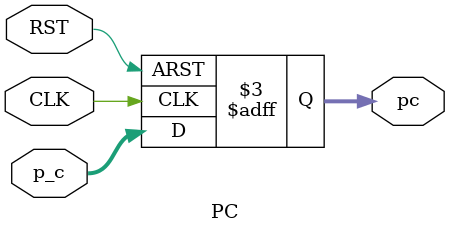
<source format=v>
module PC #(parameter inst_Width =32) (
    input wire CLK,
    input wire RST,
    input wire [inst_Width-1:0] p_c,
    output reg [inst_Width-1:0] pc
);
    always @(posedge CLK or negedge RST ) begin
        if (!RST) begin
            pc<=32'b0;
            end
        else
            begin
            pc<=p_c;    
            end
    end

endmodule


</source>
